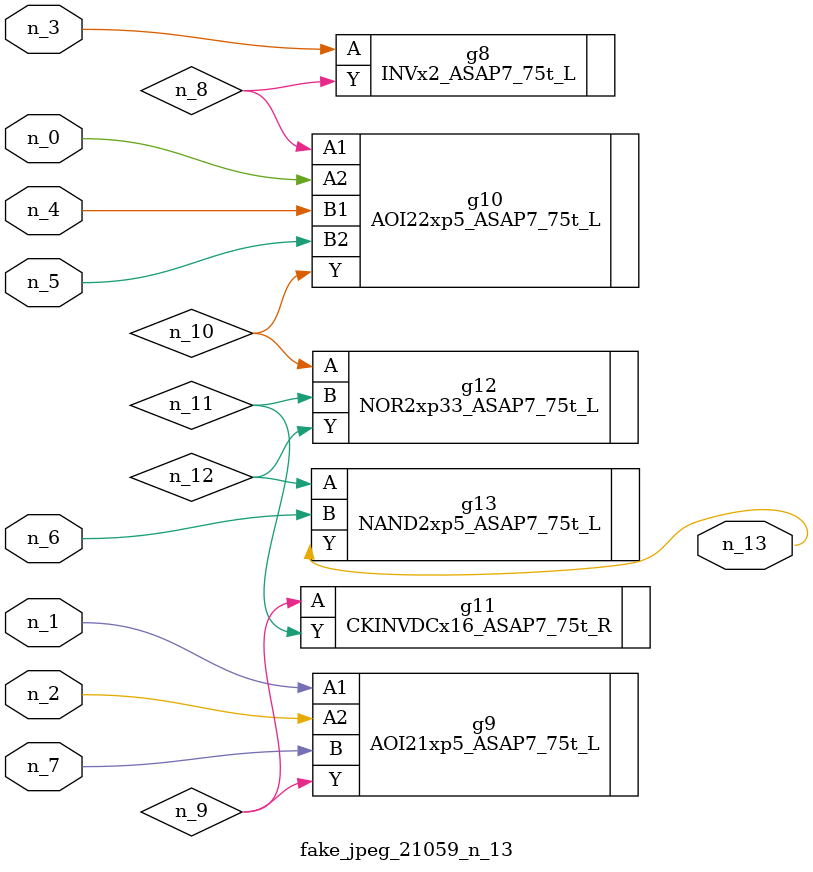
<source format=v>
module fake_jpeg_21059_n_13 (n_3, n_2, n_1, n_0, n_4, n_6, n_5, n_7, n_13);

input n_3;
input n_2;
input n_1;
input n_0;
input n_4;
input n_6;
input n_5;
input n_7;

output n_13;

wire n_11;
wire n_10;
wire n_12;
wire n_8;
wire n_9;

INVx2_ASAP7_75t_L g8 ( 
.A(n_3),
.Y(n_8)
);

AOI21xp5_ASAP7_75t_L g9 ( 
.A1(n_1),
.A2(n_2),
.B(n_7),
.Y(n_9)
);

AOI22xp5_ASAP7_75t_L g10 ( 
.A1(n_8),
.A2(n_0),
.B1(n_4),
.B2(n_5),
.Y(n_10)
);

NOR2xp33_ASAP7_75t_L g12 ( 
.A(n_10),
.B(n_11),
.Y(n_12)
);

CKINVDCx16_ASAP7_75t_R g11 ( 
.A(n_9),
.Y(n_11)
);

NAND2xp5_ASAP7_75t_L g13 ( 
.A(n_12),
.B(n_6),
.Y(n_13)
);


endmodule
</source>
